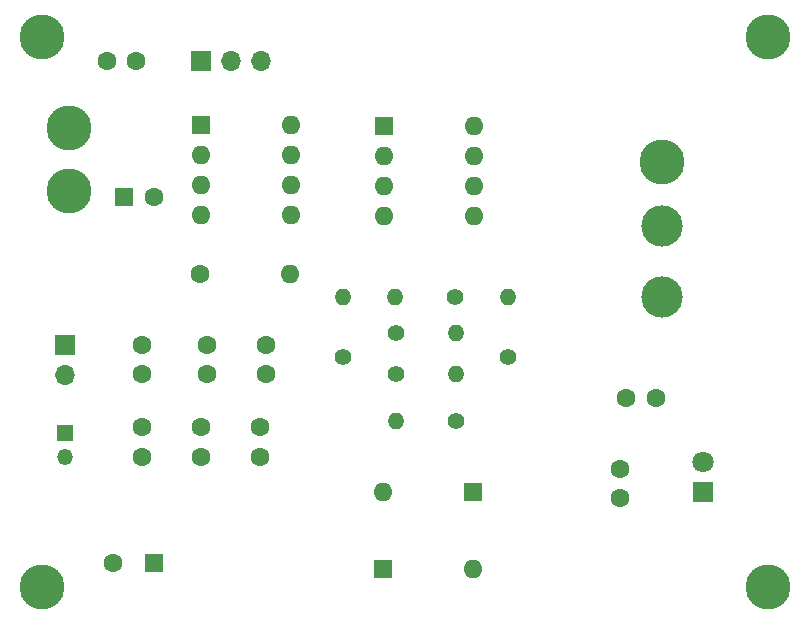
<source format=gbr>
%TF.GenerationSoftware,KiCad,Pcbnew,5.1.10*%
%TF.CreationDate,2021-06-28T13:13:06+02:00*%
%TF.ProjectId,9v-preamp,39762d70-7265-4616-9d70-2e6b69636164,rev?*%
%TF.SameCoordinates,Original*%
%TF.FileFunction,Soldermask,Bot*%
%TF.FilePolarity,Negative*%
%FSLAX46Y46*%
G04 Gerber Fmt 4.6, Leading zero omitted, Abs format (unit mm)*
G04 Created by KiCad (PCBNEW 5.1.10) date 2021-06-28 13:13:06*
%MOMM*%
%LPD*%
G01*
G04 APERTURE LIST*
%ADD10C,3.800000*%
%ADD11C,1.600000*%
%ADD12O,1.600000X1.600000*%
%ADD13O,1.700000X1.700000*%
%ADD14R,1.700000X1.700000*%
%ADD15R,1.350000X1.350000*%
%ADD16O,1.350000X1.350000*%
%ADD17R,1.800000X1.800000*%
%ADD18C,1.800000*%
%ADD19R,1.600000X1.600000*%
%ADD20C,3.500000*%
%ADD21C,1.400000*%
%ADD22O,1.400000X1.400000*%
G04 APERTURE END LIST*
D10*
%TO.C,J8*%
X45500000Y-89000000D03*
%TD*%
%TO.C,J9*%
X107000000Y-89000000D03*
%TD*%
%TO.C,J7*%
X107000000Y-135500000D03*
%TD*%
%TO.C,J6*%
X45500000Y-135500000D03*
%TD*%
D11*
%TO.C,R1*%
X58880000Y-109000000D03*
D12*
X66500000Y-109000000D03*
%TD*%
D11*
%TO.C,C7*%
X51000000Y-91000000D03*
X53500000Y-91000000D03*
%TD*%
D13*
%TO.C,BT1*%
X47500000Y-117540000D03*
D14*
X47500000Y-115000000D03*
%TD*%
D11*
%TO.C,C4*%
X54000000Y-117500000D03*
X54000000Y-115000000D03*
%TD*%
%TO.C,C2*%
X97500000Y-119500000D03*
X95000000Y-119500000D03*
%TD*%
%TO.C,C3*%
X94500000Y-128000000D03*
X94500000Y-125500000D03*
%TD*%
D15*
%TO.C,SW1*%
X47500000Y-122500000D03*
D16*
X47500000Y-124500000D03*
%TD*%
D10*
%TO.C,J2*%
X47825000Y-96675000D03*
%TD*%
%TO.C,J1*%
X47825000Y-102025000D03*
%TD*%
D14*
%TO.C,RV1*%
X59000000Y-91000000D03*
D13*
X61540000Y-91000000D03*
X64080000Y-91000000D03*
%TD*%
D17*
%TO.C,D1*%
X101500000Y-127500000D03*
D18*
X101500000Y-124960000D03*
%TD*%
D11*
%TO.C,C6*%
X54000000Y-122000000D03*
X54000000Y-124500000D03*
%TD*%
D19*
%TO.C,C1*%
X52500000Y-102500000D03*
D11*
X55000000Y-102500000D03*
%TD*%
D19*
%TO.C,C5*%
X55000000Y-133500000D03*
D11*
X51500000Y-133500000D03*
%TD*%
%TO.C,C8*%
X59500000Y-115000000D03*
X59500000Y-117500000D03*
%TD*%
%TO.C,C9*%
X59000000Y-124500000D03*
X59000000Y-122000000D03*
%TD*%
%TO.C,C10*%
X64000000Y-124500000D03*
X64000000Y-122000000D03*
%TD*%
%TO.C,C11*%
X64500000Y-115000000D03*
X64500000Y-117500000D03*
%TD*%
D12*
%TO.C,D2*%
X74380000Y-127500000D03*
D19*
X82000000Y-127500000D03*
%TD*%
%TO.C,D3*%
X74380000Y-134000000D03*
D12*
X82000000Y-134000000D03*
%TD*%
D20*
%TO.C,J3*%
X98000000Y-105000000D03*
%TD*%
%TO.C,J4*%
X98000000Y-111000000D03*
%TD*%
D10*
%TO.C,J5*%
X98000000Y-99500000D03*
%TD*%
D21*
%TO.C,R2*%
X80580000Y-121500000D03*
D22*
X75500000Y-121500000D03*
%TD*%
%TO.C,R3*%
X80580000Y-114000000D03*
D21*
X75500000Y-114000000D03*
%TD*%
D22*
%TO.C,R4*%
X71000000Y-111000000D03*
D21*
X71000000Y-116080000D03*
%TD*%
%TO.C,R5*%
X80500000Y-111000000D03*
D22*
X75420000Y-111000000D03*
%TD*%
%TO.C,R6*%
X80580000Y-117500000D03*
D21*
X75500000Y-117500000D03*
%TD*%
%TO.C,R7*%
X85000000Y-116080000D03*
D22*
X85000000Y-111000000D03*
%TD*%
D19*
%TO.C,U2*%
X74500000Y-96500000D03*
D12*
X82120000Y-104120000D03*
X74500000Y-99040000D03*
X82120000Y-101580000D03*
X74500000Y-101580000D03*
X82120000Y-99040000D03*
X74500000Y-104120000D03*
X82120000Y-96500000D03*
%TD*%
D19*
%TO.C,U1*%
X59000000Y-96380000D03*
D12*
X66620000Y-104000000D03*
X59000000Y-98920000D03*
X66620000Y-101460000D03*
X59000000Y-101460000D03*
X66620000Y-98920000D03*
X59000000Y-104000000D03*
X66620000Y-96380000D03*
%TD*%
M02*

</source>
